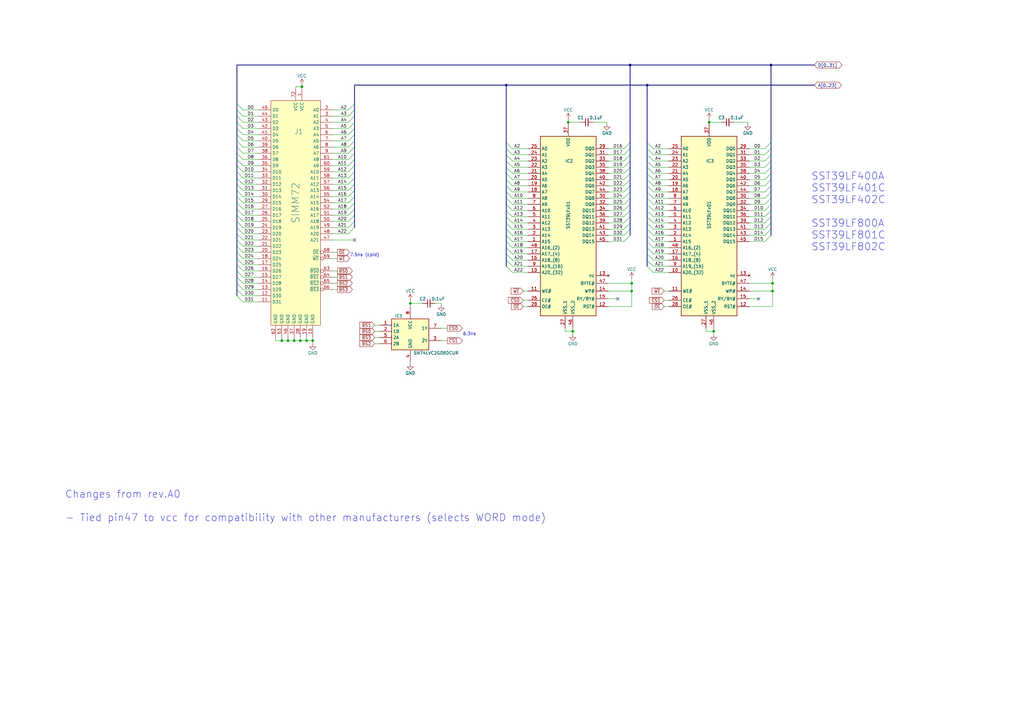
<source format=kicad_sch>
(kicad_sch (version 20250114) (generator "eeschema") (generator_version "9.0")
  (paper "A3")
  (title_block (title "Raven SMD ROM") (date "2025") (rev "A1") (company "Licensed under CERN-OHL-P v2") (comment 1 "Anders Granlund"))
  (lib_symbols
    (symbol "68k:SIMM72-Raven"
      (property "Reference" "J" (at 0 29.21 0))
      (property "Value" "SIMM72" (at 1.27 0 90))
      (symbol "SIMM72-Raven_1_1"
        (pin input line (at -13.97 38.1 0) (length 5.08) (name "A0") (number "2"))
        (pin input line (at -13.97 35.56 0) (length 5.08) (name "A1") (number "3"))
        (pin input line (at -13.97 33.02 0) (length 5.08) (name "A2") (number "4"))
        (pin input line (at -13.97 30.48 0) (length 5.08) (name "A3") (number "5"))
        (pin input line (at -13.97 27.94 0) (length 5.08) (name "A4") (number "6"))
        (pin input line (at -13.97 25.4 0) (length 5.08) (name "A5") (number "7"))
        (pin input line (at -13.97 22.86 0) (length 5.08) (name "A6") (number "8"))
        (pin input line (at -13.97 20.32 0) (length 5.08) (name "A7") (number "9"))
        (pin input line (at -13.97 17.78 0) (length 5.08) (name "A8") (number "61"))
        (pin input line (at -13.97 15.24 0) (length 5.08) (name "A9") (number "60"))
        (pin input line (at -13.97 12.7 0) (length 5.08) (name "A10") (number "59"))
        (pin input line (at -13.97 10.16 0) (length 5.08) (name "A11") (number "58"))
        (pin input line (at -13.97 7.62 0) (length 5.08) (name "A12") (number "57"))
        (pin input line (at -13.97 5.08 0) (length 5.08) (name "A13") (number "56"))
        (pin input line (at -13.97 2.54 0) (length 5.08) (name "A14") (number "55"))
        (pin input line (at -13.97 0 0) (length 5.08) (name "A15") (number "54"))
        (pin input line (at -13.97 -2.54 0) (length 5.08) (name "A16") (number "52"))
        (pin input line (at -13.97 -5.08 0) (length 5.08) (name "A17") (number "51"))
        (pin input line (at -13.97 -7.62 0) (length 5.08) (name "A18") (number "50"))
        (pin input line (at -13.97 -10.16 0) (length 5.08) (name "A19") (number "49"))
        (pin input line (at -13.97 -12.7 0) (length 5.08) (name "A20") (number "48"))
        (pin input line (at -13.97 -15.24 0) (length 5.08) (name "A21") (number "47"))
        (pin input inverted (at -13.97 -20.32 0) (length 5.08) (name "~{OE}") (number "68"))
        (pin input inverted (at -13.97 -22.86 0) (length 5.08) (name "~{WE}") (number "69"))
        (pin input inverted (at -13.97 -27.94 0) (length 5.08) (name "~{BS0}") (number "63"))
        (pin input inverted (at -13.97 -30.48 0) (length 5.08) (name "~{BS1}") (number "64"))
        (pin input inverted (at -13.97 -33.02 0) (length 5.08) (name "~{BS2}") (number "65"))
        (pin input inverted (at -13.97 -35.56 0) (length 5.08) (name "~{BS3}") (number "66"))
        (pin no_connect inverted (at -8.89 -39.37 180) (length 5.08) (hide yes) (name "nc") (number "67"))
        (pin no_connect line (at -8.89 -41.91 180) (length 5.08) (hide yes) (name "nc") (number "70"))
        (pin no_connect line (at -8.89 -44.45 180) (length 5.08) (hide yes) (name "nc") (number "71"))
        (pin power_in line (at -5.715 -55.245 90) (length 5.08) (name "GND") (number "10"))
        (pin power_in line (at -3.175 -55.245 90) (length 5.08) (name "GND") (number "19"))
        (pin power_in line (at -1.27 46.99 270) (length 5.08) (name "VCC") (number "1"))
        (pin power_in line (at -0.635 -55.245 90) (length 5.08) (name "GND") (number "28"))
        (pin power_in line (at 1.27 46.99 270) (length 5.08) (name "VCC") (number "72"))
        (pin power_in line (at 1.905 -55.245 90) (length 5.08) (name "GND") (number "37"))
        (pin power_in line (at 4.445 -55.245 90) (length 5.08) (name "GND") (number "46"))
        (pin power_in line (at 6.985 -55.245 90) (length 5.08) (name "GND") (number "53"))
        (pin power_in line (at 9.525 -55.245 90) (length 5.08) (name "GND") (number "62"))
        (pin bidirectional line (at 16.51 38.1 180) (length 5.08) (name "D0") (number "45"))
        (pin bidirectional line (at 16.51 35.56 180) (length 5.08) (name "D1") (number "44"))
        (pin bidirectional line (at 16.51 33.02 180) (length 5.08) (name "D2") (number "43"))
        (pin bidirectional line (at 16.51 30.48 180) (length 5.08) (name "D3") (number "42"))
        (pin bidirectional line (at 16.51 27.94 180) (length 5.08) (name "D4") (number "41"))
        (pin bidirectional line (at 16.51 25.4 180) (length 5.08) (name "D5") (number "40"))
        (pin bidirectional line (at 16.51 22.86 180) (length 5.08) (name "D6") (number "39"))
        (pin bidirectional line (at 16.51 20.32 180) (length 5.08) (name "D7") (number "38"))
        (pin bidirectional line (at 16.51 17.78 180) (length 5.08) (name "D8") (number "36"))
        (pin bidirectional line (at 16.51 15.24 180) (length 5.08) (name "D9") (number "35"))
        (pin bidirectional line (at 16.51 12.7 180) (length 5.08) (name "D10") (number "34"))
        (pin bidirectional line (at 16.51 10.16 180) (length 5.08) (name "D11") (number "33"))
        (pin bidirectional line (at 16.51 7.62 180) (length 5.08) (name "D12") (number "32"))
        (pin bidirectional line (at 16.51 5.08 180) (length 5.08) (name "D13") (number "31"))
        (pin bidirectional line (at 16.51 2.54 180) (length 5.08) (name "D14") (number "30"))
        (pin bidirectional line (at 16.51 0 180) (length 5.08) (name "D15") (number "29"))
        (pin bidirectional line (at 16.51 -2.54 180) (length 5.08) (name "D16") (number "27"))
        (pin bidirectional line (at 16.51 -5.08 180) (length 5.08) (name "D17") (number "26"))
        (pin bidirectional line (at 16.51 -7.62 180) (length 5.08) (name "D18") (number "25"))
        (pin bidirectional line (at 16.51 -10.16 180) (length 5.08) (name "D19") (number "24"))
        (pin bidirectional line (at 16.51 -12.7 180) (length 5.08) (name "D20") (number "23"))
        (pin bidirectional line (at 16.51 -15.24 180) (length 5.08) (name "D21") (number "22"))
        (pin bidirectional line (at 16.51 -17.78 180) (length 5.08) (name "D22") (number "21"))
        (pin bidirectional line (at 16.51 -20.32 180) (length 5.08) (name "D23") (number "20"))
        (pin bidirectional line (at 16.51 -22.86 180) (length 5.08) (name "D24") (number "18"))
        (pin bidirectional line (at 16.51 -25.4 180) (length 5.08) (name "D25") (number "17"))
        (pin bidirectional line (at 16.51 -27.94 180) (length 5.08) (name "D26") (number "16"))
        (pin bidirectional line (at 16.51 -30.48 180) (length 5.08) (name "D27") (number "15"))
        (pin bidirectional line (at 16.51 -33.02 180) (length 5.08) (name "D28") (number "14"))
        (pin bidirectional line (at 16.51 -35.56 180) (length 5.08) (name "D29") (number "13"))
        (pin bidirectional line (at 16.51 -38.1 180) (length 5.08) (name "D30") (number "12"))
        (pin bidirectional line (at 16.51 -40.64 180) (length 5.08) (name "D31") (number "11"))
      )
    )
    (symbol "68k:SN74LVC2G08DCUR"
      (property "Reference" "IC" (at 21.59 7.62 0))
      (property "Value" "SN74LVC2G08DCUR" (at 21.59 5.08 0))
      (symbol "SN74LVC2G08DCUR_1_1"
        (pin passive line (at 0 0 0) (length 5.08) (name "1A") (number "1"))
        (pin passive line (at 0 -2.54 0) (length 5.08) (name "1B") (number "2"))
        (pin passive line (at 0 -5.08 0) (length 5.08) (name "2A") (number "5"))
        (pin passive line (at 0 -7.62 0) (length 5.08) (name "2B") (number "6"))
        (pin passive line (at 12.7 7.62 270) (length 5.08) (name "VCC") (number "8"))
        (pin passive line (at 12.7 -15.24 90) (length 5.08) (name "GND") (number "4"))
        (pin passive line (at 25.4 -1.27 180) (length 5.08) (name "1Y") (number "7"))
        (pin passive line (at 25.4 -6.35 180) (length 5.08) (name "2Y") (number "3"))
      )
    )
    (symbol "68k:SST39LF3201_TSOP48"
      (property "Reference" "IC" (at 12.7 38.1 0))
      (property "Value" "SST39LFx01" (at 12.7 35.56 0))
      (symbol "SST39LF3201_TSOP48_1_1"
        (pin passive line (at -16.51 27.94 0) (length 5.08) (name "A0") (number "25"))
        (pin passive line (at -16.51 25.4 0) (length 5.08) (name "A1") (number "24"))
        (pin passive line (at -16.51 22.86 0) (length 5.08) (name "A2") (number "23"))
        (pin passive line (at -16.51 20.32 0) (length 5.08) (name "A3") (number "22"))
        (pin passive line (at -16.51 17.78 0) (length 5.08) (name "A4") (number "21"))
        (pin passive line (at -16.51 15.24 0) (length 5.08) (name "A5") (number "20"))
        (pin passive line (at -16.51 12.7 0) (length 5.08) (name "A6") (number "19"))
        (pin passive line (at -16.51 10.16 0) (length 5.08) (name "A7") (number "18"))
        (pin passive line (at -16.51 7.62 0) (length 5.08) (name "A8") (number "8"))
        (pin passive line (at -16.51 5.08 0) (length 5.08) (name "A9") (number "7"))
        (pin passive line (at -16.51 2.54 0) (length 5.08) (name "A10") (number "6"))
        (pin passive line (at -16.51 0 0) (length 5.08) (name "A11") (number "5"))
        (pin passive line (at -16.51 -2.54 0) (length 5.08) (name "A12") (number "4"))
        (pin passive line (at -16.51 -5.08 0) (length 5.08) (name "A13") (number "3"))
        (pin passive line (at -16.51 -7.62 0) (length 5.08) (name "A14") (number "2"))
        (pin passive line (at -16.51 -10.16 0) (length 5.08) (name "A15") (number "1"))
        (pin passive line (at -16.51 -12.7 0) (length 5.08) (name "A16_(2)") (number "48"))
        (pin passive line (at -16.51 -15.24 0) (length 5.08) (name "A17_(4)") (number "17"))
        (pin passive line (at -16.51 -17.78 0) (length 5.08) (name "A18_(8)") (number "16"))
        (pin passive line (at -16.51 -20.32 0) (length 5.08) (name "A19_(16)") (number "9"))
        (pin passive line (at -16.51 -22.86 0) (length 5.08) (name "A20_(32)") (number "10"))
        (pin passive line (at -16.51 -30.48 0) (length 5.08) (name "WE#") (number "11"))
        (pin passive line (at -16.51 -34.29 0) (length 5.08) (name "CE#") (number "26"))
        (pin passive line (at -16.51 -36.83 0) (length 5.08) (name "OE#") (number "28"))
        (pin passive line (at -1.27 -45.72 90) (length 5.08) (name "VSS_1") (number "27"))
        (pin passive line (at 0 38.1 270) (length 5.08) (name "VDD") (number "37"))
        (pin passive line (at 1.905 -45.72 90) (length 5.08) (name "VSS_2") (number "46"))
        (pin passive line (at 16.51 27.94 180) (length 5.08) (name "DQ0") (number "29"))
        (pin passive line (at 16.51 25.4 180) (length 5.08) (name "DQ1") (number "31"))
        (pin passive line (at 16.51 22.86 180) (length 5.08) (name "DQ2") (number "33"))
        (pin passive line (at 16.51 20.32 180) (length 5.08) (name "DQ3") (number "35"))
        (pin passive line (at 16.51 17.78 180) (length 5.08) (name "DQ4") (number "38"))
        (pin passive line (at 16.51 15.24 180) (length 5.08) (name "DQ5") (number "40"))
        (pin passive line (at 16.51 12.7 180) (length 5.08) (name "DQ6") (number "42"))
        (pin passive line (at 16.51 10.16 180) (length 5.08) (name "DQ7") (number "44"))
        (pin passive line (at 16.51 7.62 180) (length 5.08) (name "DQ8") (number "30"))
        (pin passive line (at 16.51 5.08 180) (length 5.08) (name "DQ9") (number "32"))
        (pin passive line (at 16.51 2.54 180) (length 5.08) (name "DQ10") (number "34"))
        (pin passive line (at 16.51 0 180) (length 5.08) (name "DQ11") (number "36"))
        (pin passive line (at 16.51 -2.54 180) (length 5.08) (name "DQ12") (number "39"))
        (pin passive line (at 16.51 -5.08 180) (length 5.08) (name "DQ13") (number "41"))
        (pin passive line (at 16.51 -7.62 180) (length 5.08) (name "DQ14") (number "43"))
        (pin passive line (at 16.51 -10.16 180) (length 5.08) (name "DQ15") (number "45"))
        (pin no_connect line (at 16.51 -24.13 180) (length 5.08) (name "nc") (number "13"))
        (pin passive line (at 16.51 -27.305 180) (length 5.08) (name "BYTE#") (number "47"))
        (pin passive line (at 16.51 -30.48 180) (length 5.08) (name "WP#") (number "14"))
        (pin passive line (at 16.51 -33.655 180) (length 5.08) (name "RY/BY#") (number "15"))
        (pin passive line (at 16.51 -36.83 180) (length 5.08) (name "RST#") (number "12"))
      )
    )
    (symbol "68k:c_100nf_smd1206" (pin_numbers (hide yes)) (pin_names (offset 0.254) (hide yes))
      (property "Reference" "C" (at 0.635 1.905 0))
      (property "Value" "0.1uF" (at 0.635 -1.905 0))
      (symbol "c_100nf_smd1206_1_1"
        (pin passive line (at 0 2.54 270) (length 2.032) (name "~") (number "1"))
        (pin passive line (at 0 -2.54 90) (length 2.032) (name "~") (number "2"))
      )
    )
    (symbol "SST39LF3201_TSOP48_1"
      (property "Reference" "IC" (at 12.7 38.1 0))
      (property "Value" "SST39LFx01" (at 12.7 35.56 0))
      (symbol "SST39LF3201_TSOP48_1_1_1"
        (pin passive line (at -16.51 27.94 0) (length 5.08) (name "A0") (number "25"))
        (pin passive line (at -16.51 25.4 0) (length 5.08) (name "A1") (number "24"))
        (pin passive line (at -16.51 22.86 0) (length 5.08) (name "A2") (number "23"))
        (pin passive line (at -16.51 20.32 0) (length 5.08) (name "A3") (number "22"))
        (pin passive line (at -16.51 17.78 0) (length 5.08) (name "A4") (number "21"))
        (pin passive line (at -16.51 15.24 0) (length 5.08) (name "A5") (number "20"))
        (pin passive line (at -16.51 12.7 0) (length 5.08) (name "A6") (number "19"))
        (pin passive line (at -16.51 10.16 0) (length 5.08) (name "A7") (number "18"))
        (pin passive line (at -16.51 7.62 0) (length 5.08) (name "A8") (number "8"))
        (pin passive line (at -16.51 5.08 0) (length 5.08) (name "A9") (number "7"))
        (pin passive line (at -16.51 2.54 0) (length 5.08) (name "A10") (number "6"))
        (pin passive line (at -16.51 0 0) (length 5.08) (name "A11") (number "5"))
        (pin passive line (at -16.51 -2.54 0) (length 5.08) (name "A12") (number "4"))
        (pin passive line (at -16.51 -5.08 0) (length 5.08) (name "A13") (number "3"))
        (pin passive line (at -16.51 -7.62 0) (length 5.08) (name "A14") (number "2"))
        (pin passive line (at -16.51 -10.16 0) (length 5.08) (name "A15") (number "1"))
        (pin passive line (at -16.51 -12.7 0) (length 5.08) (name "A16_(2)") (number "48"))
        (pin passive line (at -16.51 -15.24 0) (length 5.08) (name "A17_(4)") (number "17"))
        (pin passive line (at -16.51 -17.78 0) (length 5.08) (name "A18_(8)") (number "16"))
        (pin passive line (at -16.51 -20.32 0) (length 5.08) (name "A19_(16)") (number "9"))
        (pin passive line (at -16.51 -22.86 0) (length 5.08) (name "A20_(32)") (number "10"))
        (pin passive line (at -16.51 -30.48 0) (length 5.08) (name "WE#") (number "11"))
        (pin passive line (at -16.51 -34.29 0) (length 5.08) (name "CE#") (number "26"))
        (pin passive line (at -16.51 -36.83 0) (length 5.08) (name "OE#") (number "28"))
        (pin passive line (at -1.27 -45.72 90) (length 5.08) (name "VSS_1") (number "27"))
        (pin passive line (at 0 38.1 270) (length 5.08) (name "VDD") (number "37"))
        (pin passive line (at 1.905 -45.72 90) (length 5.08) (name "VSS_2") (number "46"))
        (pin passive line (at 16.51 27.94 180) (length 5.08) (name "DQ0") (number "29"))
        (pin passive line (at 16.51 25.4 180) (length 5.08) (name "DQ1") (number "31"))
        (pin passive line (at 16.51 22.86 180) (length 5.08) (name "DQ2") (number "33"))
        (pin passive line (at 16.51 20.32 180) (length 5.08) (name "DQ3") (number "35"))
        (pin passive line (at 16.51 17.78 180) (length 5.08) (name "DQ4") (number "38"))
        (pin passive line (at 16.51 15.24 180) (length 5.08) (name "DQ5") (number "40"))
        (pin passive line (at 16.51 12.7 180) (length 5.08) (name "DQ6") (number "42"))
        (pin passive line (at 16.51 10.16 180) (length 5.08) (name "DQ7") (number "44"))
        (pin passive line (at 16.51 7.62 180) (length 5.08) (name "DQ8") (number "30"))
        (pin passive line (at 16.51 5.08 180) (length 5.08) (name "DQ9") (number "32"))
        (pin passive line (at 16.51 2.54 180) (length 5.08) (name "DQ10") (number "34"))
        (pin passive line (at 16.51 0 180) (length 5.08) (name "DQ11") (number "36"))
        (pin passive line (at 16.51 -2.54 180) (length 5.08) (name "DQ12") (number "39"))
        (pin passive line (at 16.51 -5.08 180) (length 5.08) (name "DQ13") (number "41"))
        (pin passive line (at 16.51 -7.62 180) (length 5.08) (name "DQ14") (number "43"))
        (pin passive line (at 16.51 -10.16 180) (length 5.08) (name "DQ15") (number "45"))
        (pin no_connect line (at 16.51 -24.13 180) (length 5.08) (name "nc") (number "13"))
        (pin passive line (at 16.51 -27.305 180) (length 5.08) (name "BYTE#") (number "47"))
        (pin passive line (at 16.51 -30.48 180) (length 5.08) (name "WP#") (number "14"))
        (pin passive line (at 16.51 -33.655 180) (length 5.08) (name "RY/BY#") (number "15"))
        (pin passive line (at 16.51 -36.83 180) (length 5.08) (name "RST#") (number "12"))
      )
    )
    (symbol "power:GND" (power) (pin_names (offset 0))
      (property "Value" "GND" (at 0 -3.81 0))
      (symbol "GND_1_1"
        (pin power_in line (at 0 0 270) (length 0) (hide yes) (name "GND") (number "1"))
      )
    )
    (symbol "power:VCC" (power) (pin_names (offset 0))
      (property "Value" "VCC" (at 0 3.81 0))
      (symbol "VCC_1_1"
        (pin power_in line (at 0 0 90) (length 0) (hide yes) (name "VCC") (number "1"))
      )
    )
  )
  (text "7.5ns (cpld)" (at 143.51 105.41 0) (effects (font (size 1.27 1.27)) (justify left bottom)))
  (text "6.3ns" (at 189.865 137.795 0) (effects (font (size 1.27 1.27)) (justify left bottom)))
  (text "Changes from rev.A0\n\n- Tied pin47 to vcc for compatibility with other manufacturers (selects WORD mode)\n\n" (at 26.67 219.075 0) (effects (font (size 3 3)) (justify left bottom)))
  (text "SST39LF400A\nSST39LF401C\nSST39LF402C\n\nSST39LF800A\nSST39LF801C\nSST39LF802C\n\n" (at 332.74 107.95 0) (effects (font (size 3 3)) (justify left bottom)))
  (junction (at 290.83 50.165))
  (junction (at 125.73 139.7))
  (junction (at 207.645 34.925))
  (junction (at 115.57 139.7))
  (junction (at 316.23 26.67))
  (junction (at 292.735 135.89))
  (junction (at 258.445 26.67))
  (junction (at 259.08 119.38))
  (junction (at 259.08 116.205))
  (junction (at 118.11 139.7))
  (junction (at 120.65 139.7))
  (junction (at 265.43 34.925))
  (junction (at 168.275 124.46))
  (junction (at 128.27 139.7))
  (junction (at 123.19 139.7))
  (junction (at 233.045 50.165))
  (junction (at 316.865 119.38))
  (junction (at 123.825 35.56))
  (junction (at 316.865 116.205))
  (junction (at 234.95 135.89))
  (no_connect (at 311.15 122.555))
  (no_connect (at 145.415 98.425))
  (no_connect (at 253.365 122.555))
  (bus_entry (at 258.445 76.2) (size -2.54 2.54))
  (bus_entry (at 207.645 63.5) (size 2.54 2.54))
  (bus_entry (at 316.23 91.44) (size -2.54 2.54))
  (bus_entry (at 97.155 113.665) (size 2.54 2.54))
  (bus_entry (at 97.155 95.885) (size 2.54 2.54))
  (bus_entry (at 97.155 65.405) (size 2.54 2.54))
  (bus_entry (at 97.155 55.245) (size 2.54 2.54))
  (bus_entry (at 207.645 73.66) (size 2.54 2.54))
  (bus_entry (at 207.645 101.6) (size 2.54 2.54))
  (bus_entry (at 145.415 78.105) (size -2.54 2.54))
  (bus_entry (at 316.23 73.66) (size -2.54 2.54))
  (bus_entry (at 97.155 85.725) (size 2.54 2.54))
  (bus_entry (at 97.155 70.485) (size 2.54 2.54))
  (bus_entry (at 265.43 104.14) (size 2.54 2.54))
  (bus_entry (at 97.155 88.265) (size 2.54 2.54))
  (bus_entry (at 97.155 45.085) (size 2.54 2.54))
  (bus_entry (at 258.445 58.42) (size -2.54 2.54))
  (bus_entry (at 316.23 63.5) (size -2.54 2.54))
  (bus_entry (at 265.43 66.04) (size 2.54 2.54))
  (bus_entry (at 145.415 65.405) (size -2.54 2.54))
  (bus_entry (at 265.43 101.6) (size 2.54 2.54))
  (bus_entry (at 97.155 106.045) (size 2.54 2.54))
  (bus_entry (at 207.645 91.44) (size 2.54 2.54))
  (bus_entry (at 316.23 78.74) (size -2.54 2.54))
  (bus_entry (at 258.445 81.28) (size -2.54 2.54))
  (bus_entry (at 97.155 118.745) (size 2.54 2.54))
  (bus_entry (at 145.415 52.705) (size -2.54 2.54))
  (bus_entry (at 265.43 58.42) (size 2.54 2.54))
  (bus_entry (at 145.415 88.265) (size -2.54 2.54))
  (bus_entry (at 97.155 57.785) (size 2.54 2.54))
  (bus_entry (at 97.155 80.645) (size 2.54 2.54))
  (bus_entry (at 316.23 83.82) (size -2.54 2.54))
  (bus_entry (at 145.415 93.345) (size -2.54 2.54))
  (bus_entry (at 258.445 86.36) (size -2.54 2.54))
  (bus_entry (at 207.645 78.74) (size 2.54 2.54))
  (bus_entry (at 258.445 68.58) (size -2.54 2.54))
  (bus_entry (at 265.43 88.9) (size 2.54 2.54))
  (bus_entry (at 145.415 50.165) (size -2.54 2.54))
  (bus_entry (at 265.43 106.68) (size 2.54 2.54))
  (bus_entry (at 97.155 73.025) (size 2.54 2.54))
  (bus_entry (at 207.645 99.06) (size 2.54 2.54))
  (bus_entry (at 207.645 109.22) (size 2.54 2.54))
  (bus_entry (at 265.43 73.66) (size 2.54 2.54))
  (bus_entry (at 258.445 83.82) (size -2.54 2.54))
  (bus_entry (at 265.43 99.06) (size 2.54 2.54))
  (bus_entry (at 145.415 57.785) (size -2.54 2.54))
  (bus_entry (at 145.415 75.565) (size -2.54 2.54))
  (bus_entry (at 97.155 62.865) (size 2.54 2.54))
  (bus_entry (at 265.43 76.2) (size 2.54 2.54))
  (bus_entry (at 265.43 68.58) (size 2.54 2.54))
  (bus_entry (at 97.155 100.965) (size 2.54 2.54))
  (bus_entry (at 207.645 88.9) (size 2.54 2.54))
  (bus_entry (at 258.445 91.44) (size -2.54 2.54))
  (bus_entry (at 265.43 93.98) (size 2.54 2.54))
  (bus_entry (at 316.23 88.9) (size -2.54 2.54))
  (bus_entry (at 145.415 70.485) (size -2.54 2.54))
  (bus_entry (at 207.645 76.2) (size 2.54 2.54))
  (bus_entry (at 258.445 88.9) (size -2.54 2.54))
  (bus_entry (at 316.23 60.96) (size -2.54 2.54))
  (bus_entry (at 316.23 71.12) (size -2.54 2.54))
  (bus_entry (at 265.43 63.5) (size 2.54 2.54))
  (bus_entry (at 145.415 90.805) (size -2.54 2.54))
  (bus_entry (at 265.43 71.12) (size 2.54 2.54))
  (bus_entry (at 145.415 62.865) (size -2.54 2.54))
  (bus_entry (at 316.23 66.04) (size -2.54 2.54))
  (bus_entry (at 97.155 103.505) (size 2.54 2.54))
  (bus_entry (at 145.415 80.645) (size -2.54 2.54))
  (bus_entry (at 258.445 78.74) (size -2.54 2.54))
  (bus_entry (at 207.645 96.52) (size 2.54 2.54))
  (bus_entry (at 97.155 93.345) (size 2.54 2.54))
  (bus_entry (at 265.43 81.28) (size 2.54 2.54))
  (bus_entry (at 207.645 58.42) (size 2.54 2.54))
  (bus_entry (at 258.445 73.66) (size -2.54 2.54))
  (bus_entry (at 316.23 86.36) (size -2.54 2.54))
  (bus_entry (at 207.645 83.82) (size 2.54 2.54))
  (bus_entry (at 207.645 86.36) (size 2.54 2.54))
  (bus_entry (at 316.23 96.52) (size -2.54 2.54))
  (bus_entry (at 97.155 47.625) (size 2.54 2.54))
  (bus_entry (at 97.155 60.325) (size 2.54 2.54))
  (bus_entry (at 207.645 66.04) (size 2.54 2.54))
  (bus_entry (at 265.43 60.96) (size 2.54 2.54))
  (bus_entry (at 207.645 81.28) (size 2.54 2.54))
  (bus_entry (at 97.155 108.585) (size 2.54 2.54))
  (bus_entry (at 207.645 93.98) (size 2.54 2.54))
  (bus_entry (at 258.445 93.98) (size -2.54 2.54))
  (bus_entry (at 97.155 50.165) (size 2.54 2.54))
  (bus_entry (at 258.445 96.52) (size -2.54 2.54))
  (bus_entry (at 145.415 60.325) (size -2.54 2.54))
  (bus_entry (at 97.155 98.425) (size 2.54 2.54))
  (bus_entry (at 97.155 52.705) (size 2.54 2.54))
  (bus_entry (at 258.445 60.96) (size -2.54 2.54))
  (bus_entry (at 207.645 68.58) (size 2.54 2.54))
  (bus_entry (at 316.23 68.58) (size -2.54 2.54))
  (bus_entry (at 207.645 104.14) (size 2.54 2.54))
  (bus_entry (at 265.43 78.74) (size 2.54 2.54))
  (bus_entry (at 207.645 71.12) (size 2.54 2.54))
  (bus_entry (at 207.645 60.96) (size 2.54 2.54))
  (bus_entry (at 316.23 76.2) (size -2.54 2.54))
  (bus_entry (at 97.155 42.545) (size 2.54 2.54))
  (bus_entry (at 265.43 86.36) (size 2.54 2.54))
  (bus_entry (at 316.23 81.28) (size -2.54 2.54))
  (bus_entry (at 97.155 67.945) (size 2.54 2.54))
  (bus_entry (at 265.43 83.82) (size 2.54 2.54))
  (bus_entry (at 265.43 109.22) (size 2.54 2.54))
  (bus_entry (at 316.23 93.98) (size -2.54 2.54))
  (bus_entry (at 97.155 90.805) (size 2.54 2.54))
  (bus_entry (at 258.445 71.12) (size -2.54 2.54))
  (bus_entry (at 207.645 106.68) (size 2.54 2.54))
  (bus_entry (at 258.445 63.5) (size -2.54 2.54))
  (bus_entry (at 97.155 83.185) (size 2.54 2.54))
  (bus_entry (at 145.415 73.025) (size -2.54 2.54))
  (bus_entry (at 145.415 47.625) (size -2.54 2.54))
  (bus_entry (at 145.415 55.245) (size -2.54 2.54))
  (bus_entry (at 145.415 83.185) (size -2.54 2.54))
  (bus_entry (at 97.155 75.565) (size 2.54 2.54))
  (bus_entry (at 145.415 42.545) (size -2.54 2.54))
  (bus_entry (at 145.415 67.945) (size -2.54 2.54))
  (bus_entry (at 97.155 78.105) (size 2.54 2.54))
  (bus_entry (at 316.23 58.42) (size -2.54 2.54))
  (bus_entry (at 97.155 111.125) (size 2.54 2.54))
  (bus_entry (at 97.155 116.205) (size 2.54 2.54))
  (bus_entry (at 97.155 121.285) (size 2.54 2.54))
  (bus_entry (at 145.415 45.085) (size -2.54 2.54))
  (bus_entry (at 265.43 96.52) (size 2.54 2.54))
  (bus_entry (at 265.43 91.44) (size 2.54 2.54))
  (bus_entry (at 258.445 66.04) (size -2.54 2.54))
  (bus_entry (at 145.415 85.725) (size -2.54 2.54))
  (wire (pts (xy 142.875 70.485) (xy 136.525 70.485)))
  (wire (pts (xy 249.555 119.38) (xy 259.08 119.38)))
  (wire (pts (xy 180.975 124.46) (xy 180.975 125.095)))
  (wire (pts (xy 142.875 62.865) (xy 136.525 62.865)))
  (bus (pts (xy 265.43 93.98) (xy 265.43 91.44)))
  (wire (pts (xy 136.525 118.745) (xy 138.43 118.745)))
  (bus (pts (xy 316.23 26.67) (xy 334.01 26.67)))
  (wire (pts (xy 210.185 106.68) (xy 216.535 106.68)))
  (bus (pts (xy 265.43 106.68) (xy 265.43 104.14)))
  (wire (pts (xy 248.92 50.165) (xy 248.92 50.8)))
  (wire (pts (xy 292.735 134.62) (xy 292.735 135.89)))
  (wire (pts (xy 267.97 86.36) (xy 274.32 86.36)))
  (wire (pts (xy 307.34 81.28) (xy 313.69 81.28)))
  (bus (pts (xy 207.645 63.5) (xy 207.645 60.96)))
  (wire (pts (xy 118.11 138.43) (xy 118.11 139.7)))
  (bus (pts (xy 97.155 95.885) (xy 97.155 93.345)))
  (wire (pts (xy 307.34 66.04) (xy 313.69 66.04)))
  (bus (pts (xy 316.23 63.5) (xy 316.23 60.96)))
  (wire (pts (xy 123.825 35.56) (xy 123.825 36.195)))
  (bus (pts (xy 258.445 83.82) (xy 258.445 81.28)))
  (bus (pts (xy 265.43 76.2) (xy 265.43 73.66)))
  (wire (pts (xy 136.525 106.045) (xy 138.43 106.045)))
  (wire (pts (xy 233.045 50.165) (xy 238.125 50.165)))
  (bus (pts (xy 97.155 70.485) (xy 97.155 67.945)))
  (wire (pts (xy 168.275 123.19) (xy 168.275 124.46)))
  (wire (pts (xy 155.575 140.97) (xy 153.67 140.97)))
  (wire (pts (xy 106.045 62.865) (xy 99.695 62.865)))
  (bus (pts (xy 97.155 85.725) (xy 97.155 83.185)))
  (wire (pts (xy 210.185 96.52) (xy 216.535 96.52)))
  (wire (pts (xy 106.045 47.625) (xy 99.695 47.625)))
  (wire (pts (xy 267.97 88.9) (xy 274.32 88.9)))
  (bus (pts (xy 258.445 88.9) (xy 258.445 86.36)))
  (wire (pts (xy 155.575 135.89) (xy 153.67 135.89)))
  (wire (pts (xy 292.735 135.89) (xy 292.735 137.16)))
  (wire (pts (xy 249.555 66.04) (xy 255.905 66.04)))
  (bus (pts (xy 145.415 83.185) (xy 145.415 80.645)))
  (bus (pts (xy 145.415 65.405) (xy 145.415 62.865)))
  (wire (pts (xy 267.97 83.82) (xy 274.32 83.82)))
  (wire (pts (xy 249.555 86.36) (xy 255.905 86.36)))
  (bus (pts (xy 265.43 71.12) (xy 265.43 68.58)))
  (wire (pts (xy 142.875 85.725) (xy 136.525 85.725)))
  (wire (pts (xy 249.555 63.5) (xy 255.905 63.5)))
  (wire (pts (xy 272.415 119.38) (xy 274.32 119.38)))
  (bus (pts (xy 145.415 78.105) (xy 145.415 75.565)))
  (bus (pts (xy 265.43 66.04) (xy 265.43 63.5)))
  (wire (pts (xy 106.045 95.885) (xy 99.695 95.885)))
  (wire (pts (xy 307.34 122.555) (xy 311.15 122.555)))
  (wire (pts (xy 106.045 113.665) (xy 99.695 113.665)))
  (wire (pts (xy 178.435 124.46) (xy 180.975 124.46)))
  (wire (pts (xy 113.03 139.7) (xy 115.57 139.7)))
  (wire (pts (xy 249.555 83.82) (xy 255.905 83.82)))
  (wire (pts (xy 168.275 124.46) (xy 168.275 125.73)))
  (wire (pts (xy 307.34 68.58) (xy 313.69 68.58)))
  (wire (pts (xy 142.875 88.265) (xy 136.525 88.265)))
  (wire (pts (xy 142.875 78.105) (xy 136.525 78.105)))
  (wire (pts (xy 210.185 86.36) (xy 216.535 86.36)))
  (wire (pts (xy 142.875 47.625) (xy 136.525 47.625)))
  (wire (pts (xy 121.285 35.56) (xy 121.285 36.195)))
  (bus (pts (xy 316.23 78.74) (xy 316.23 76.2)))
  (wire (pts (xy 249.555 78.74) (xy 255.905 78.74)))
  (wire (pts (xy 307.34 76.2) (xy 313.69 76.2)))
  (wire (pts (xy 267.97 91.44) (xy 274.32 91.44)))
  (bus (pts (xy 145.415 85.725) (xy 145.415 83.185)))
  (bus (pts (xy 145.415 88.265) (xy 145.415 85.725)))
  (bus (pts (xy 265.43 78.74) (xy 265.43 76.2)))
  (bus (pts (xy 258.445 96.52) (xy 258.445 93.98)))
  (bus (pts (xy 258.445 26.67) (xy 258.445 58.42)))
  (wire (pts (xy 121.285 35.56) (xy 123.825 35.56)))
  (bus (pts (xy 265.43 109.22) (xy 265.43 106.68)))
  (bus (pts (xy 316.23 60.96) (xy 316.23 58.42)))
  (bus (pts (xy 97.155 93.345) (xy 97.155 90.805)))
  (bus (pts (xy 265.43 86.36) (xy 265.43 83.82)))
  (wire (pts (xy 267.97 99.06) (xy 274.32 99.06)))
  (wire (pts (xy 136.525 116.205) (xy 138.43 116.205)))
  (bus (pts (xy 207.645 93.98) (xy 207.645 91.44)))
  (wire (pts (xy 128.27 139.7) (xy 128.27 140.97)))
  (wire (pts (xy 120.65 139.7) (xy 123.19 139.7)))
  (bus (pts (xy 207.645 91.44) (xy 207.645 88.9)))
  (bus (pts (xy 97.155 55.245) (xy 97.155 52.705)))
  (bus (pts (xy 207.645 34.925) (xy 207.645 58.42)))
  (bus (pts (xy 207.645 104.14) (xy 207.645 101.6)))
  (bus (pts (xy 97.155 83.185) (xy 97.155 80.645)))
  (wire (pts (xy 123.19 139.7) (xy 125.73 139.7)))
  (bus (pts (xy 265.43 34.925) (xy 265.43 58.42)))
  (wire (pts (xy 267.97 63.5) (xy 274.32 63.5)))
  (wire (pts (xy 307.34 96.52) (xy 313.69 96.52)))
  (wire (pts (xy 267.97 96.52) (xy 274.32 96.52)))
  (bus (pts (xy 265.43 63.5) (xy 265.43 60.96)))
  (wire (pts (xy 272.415 123.19) (xy 274.32 123.19)))
  (bus (pts (xy 97.155 75.565) (xy 97.155 73.025)))
  (wire (pts (xy 136.525 111.125) (xy 138.43 111.125)))
  (wire (pts (xy 210.185 60.96) (xy 216.535 60.96)))
  (wire (pts (xy 307.34 83.82) (xy 313.69 83.82)))
  (wire (pts (xy 106.045 45.085) (xy 99.695 45.085)))
  (bus (pts (xy 265.43 104.14) (xy 265.43 101.6)))
  (bus (pts (xy 97.155 111.125) (xy 97.155 108.585)))
  (bus (pts (xy 265.43 101.6) (xy 265.43 99.06)))
  (wire (pts (xy 106.045 108.585) (xy 99.695 108.585)))
  (bus (pts (xy 258.445 60.96) (xy 258.445 58.42)))
  (bus (pts (xy 258.445 26.67) (xy 316.23 26.67)))
  (bus (pts (xy 97.155 73.025) (xy 97.155 70.485)))
  (wire (pts (xy 210.185 66.04) (xy 216.535 66.04)))
  (wire (pts (xy 168.275 148.59) (xy 168.275 149.225)))
  (bus (pts (xy 97.155 47.625) (xy 97.155 45.085)))
  (bus (pts (xy 265.43 88.9) (xy 265.43 86.36)))
  (wire (pts (xy 316.865 119.38) (xy 316.865 116.205)))
  (bus (pts (xy 316.23 86.36) (xy 316.23 83.82)))
  (wire (pts (xy 106.045 57.785) (xy 99.695 57.785)))
  (bus (pts (xy 145.415 60.325) (xy 145.415 57.785)))
  (wire (pts (xy 210.185 88.9) (xy 216.535 88.9)))
  (wire (pts (xy 142.875 55.245) (xy 136.525 55.245)))
  (wire (pts (xy 214.63 125.73) (xy 216.535 125.73)))
  (bus (pts (xy 145.415 52.705) (xy 145.415 50.165)))
  (wire (pts (xy 106.045 100.965) (xy 99.695 100.965)))
  (wire (pts (xy 249.555 88.9) (xy 255.905 88.9)))
  (bus (pts (xy 145.415 45.085) (xy 145.415 42.545)))
  (bus (pts (xy 97.155 108.585) (xy 97.155 106.045)))
  (bus (pts (xy 207.645 73.66) (xy 207.645 71.12)))
  (wire (pts (xy 118.11 139.7) (xy 120.65 139.7)))
  (wire (pts (xy 316.865 116.205) (xy 316.865 114.3)))
  (bus (pts (xy 145.415 93.345) (xy 145.415 90.805)))
  (wire (pts (xy 142.875 52.705) (xy 136.525 52.705)))
  (bus (pts (xy 207.645 60.96) (xy 207.645 58.42)))
  (wire (pts (xy 142.875 60.325) (xy 136.525 60.325)))
  (wire (pts (xy 249.555 68.58) (xy 255.905 68.58)))
  (wire (pts (xy 142.875 83.185) (xy 136.525 83.185)))
  (wire (pts (xy 249.555 76.2) (xy 255.905 76.2)))
  (wire (pts (xy 267.97 111.76) (xy 274.32 111.76)))
  (bus (pts (xy 97.155 106.045) (xy 97.155 103.505)))
  (wire (pts (xy 106.045 80.645) (xy 99.695 80.645)))
  (wire (pts (xy 307.34 63.5) (xy 313.69 63.5)))
  (bus (pts (xy 97.155 45.085) (xy 97.155 42.545)))
  (wire (pts (xy 113.03 138.43) (xy 113.03 139.7)))
  (wire (pts (xy 106.045 55.245) (xy 99.695 55.245)))
  (wire (pts (xy 307.34 73.66) (xy 313.69 73.66)))
  (bus (pts (xy 316.23 91.44) (xy 316.23 88.9)))
  (wire (pts (xy 106.045 75.565) (xy 99.695 75.565)))
  (bus (pts (xy 316.23 96.52) (xy 316.23 93.98)))
  (wire (pts (xy 267.97 71.12) (xy 274.32 71.12)))
  (bus (pts (xy 97.155 80.645) (xy 97.155 78.105)))
  (wire (pts (xy 142.875 65.405) (xy 136.525 65.405)))
  (wire (pts (xy 168.275 124.46) (xy 173.355 124.46)))
  (wire (pts (xy 106.045 90.805) (xy 99.695 90.805)))
  (wire (pts (xy 106.045 118.745) (xy 99.695 118.745)))
  (wire (pts (xy 231.775 135.89) (xy 234.95 135.89)))
  (bus (pts (xy 207.645 71.12) (xy 207.645 68.58)))
  (bus (pts (xy 316.23 93.98) (xy 316.23 91.44)))
  (wire (pts (xy 231.775 134.62) (xy 231.775 135.89)))
  (bus (pts (xy 145.415 80.645) (xy 145.415 78.105)))
  (bus (pts (xy 316.23 81.28) (xy 316.23 78.74)))
  (wire (pts (xy 106.045 93.345) (xy 99.695 93.345)))
  (wire (pts (xy 249.555 96.52) (xy 255.905 96.52)))
  (wire (pts (xy 106.045 70.485) (xy 99.695 70.485)))
  (bus (pts (xy 258.445 91.44) (xy 258.445 88.9)))
  (bus (pts (xy 145.415 75.565) (xy 145.415 73.025)))
  (wire (pts (xy 106.045 111.125) (xy 99.695 111.125)))
  (bus (pts (xy 97.155 116.205) (xy 97.155 113.665)))
  (wire (pts (xy 210.185 101.6) (xy 216.535 101.6)))
  (bus (pts (xy 97.155 60.325) (xy 97.155 57.785)))
  (bus (pts (xy 97.155 67.945) (xy 97.155 65.405)))
  (wire (pts (xy 180.975 134.62) (xy 183.515 134.62)))
  (bus (pts (xy 316.23 83.82) (xy 316.23 81.28)))
  (bus (pts (xy 97.155 26.67) (xy 97.155 42.545)))
  (bus (pts (xy 207.645 106.68) (xy 207.645 104.14)))
  (bus (pts (xy 97.155 62.865) (xy 97.155 60.325)))
  (bus (pts (xy 265.43 81.28) (xy 265.43 78.74)))
  (bus (pts (xy 258.445 63.5) (xy 258.445 60.96)))
  (wire (pts (xy 290.83 50.165) (xy 290.83 50.8)))
  (wire (pts (xy 106.045 103.505) (xy 99.695 103.505)))
  (bus (pts (xy 145.415 62.865) (xy 145.415 60.325)))
  (wire (pts (xy 307.34 86.36) (xy 313.69 86.36)))
  (wire (pts (xy 115.57 138.43) (xy 115.57 139.7)))
  (wire (pts (xy 307.34 116.205) (xy 316.865 116.205)))
  (wire (pts (xy 290.83 48.895) (xy 290.83 50.165)))
  (wire (pts (xy 267.97 66.04) (xy 274.32 66.04)))
  (wire (pts (xy 307.34 125.73) (xy 316.865 125.73)))
  (wire (pts (xy 106.045 85.725) (xy 99.695 85.725)))
  (wire (pts (xy 249.555 73.66) (xy 255.905 73.66)))
  (bus (pts (xy 258.445 86.36) (xy 258.445 83.82)))
  (wire (pts (xy 249.555 116.205) (xy 259.08 116.205)))
  (wire (pts (xy 210.185 109.22) (xy 216.535 109.22)))
  (wire (pts (xy 249.555 60.96) (xy 255.905 60.96)))
  (wire (pts (xy 214.63 119.38) (xy 216.535 119.38)))
  (wire (pts (xy 289.56 135.89) (xy 292.735 135.89)))
  (bus (pts (xy 97.155 88.265) (xy 97.155 85.725)))
  (wire (pts (xy 210.185 68.58) (xy 216.535 68.58)))
  (wire (pts (xy 210.185 104.14) (xy 216.535 104.14)))
  (bus (pts (xy 265.43 68.58) (xy 265.43 66.04)))
  (wire (pts (xy 125.73 139.7) (xy 128.27 139.7)))
  (wire (pts (xy 142.875 73.025) (xy 136.525 73.025)))
  (wire (pts (xy 272.415 125.73) (xy 274.32 125.73)))
  (wire (pts (xy 267.97 76.2) (xy 274.32 76.2)))
  (wire (pts (xy 128.27 139.7) (xy 128.27 138.43)))
  (bus (pts (xy 265.43 99.06) (xy 265.43 96.52)))
  (bus (pts (xy 207.645 101.6) (xy 207.645 99.06)))
  (wire (pts (xy 136.525 113.665) (xy 138.43 113.665)))
  (bus (pts (xy 97.155 100.965) (xy 97.155 98.425)))
  (wire (pts (xy 210.185 71.12) (xy 216.535 71.12)))
  (bus (pts (xy 316.23 26.67) (xy 316.23 58.42)))
  (wire (pts (xy 267.97 73.66) (xy 274.32 73.66)))
  (wire (pts (xy 307.34 91.44) (xy 313.69 91.44)))
  (wire (pts (xy 142.875 50.165) (xy 136.525 50.165)))
  (wire (pts (xy 267.97 93.98) (xy 274.32 93.98)))
  (wire (pts (xy 249.555 71.12) (xy 255.905 71.12)))
  (bus (pts (xy 316.23 88.9) (xy 316.23 86.36)))
  (bus (pts (xy 97.155 52.705) (xy 97.155 50.165)))
  (bus (pts (xy 145.415 67.945) (xy 145.415 65.405)))
  (wire (pts (xy 306.705 50.165) (xy 306.705 50.8)))
  (wire (pts (xy 123.825 34.925) (xy 123.825 35.56)))
  (wire (pts (xy 106.045 73.025) (xy 99.695 73.025)))
  (wire (pts (xy 289.56 134.62) (xy 289.56 135.89)))
  (bus (pts (xy 207.645 96.52) (xy 207.645 93.98)))
  (wire (pts (xy 106.045 52.705) (xy 99.695 52.705)))
  (wire (pts (xy 123.19 138.43) (xy 123.19 139.7)))
  (wire (pts (xy 307.34 93.98) (xy 313.69 93.98)))
  (bus (pts (xy 207.645 34.925) (xy 265.43 34.925)))
  (wire (pts (xy 210.185 99.06) (xy 216.535 99.06)))
  (wire (pts (xy 106.045 50.165) (xy 99.695 50.165)))
  (wire (pts (xy 267.97 60.96) (xy 274.32 60.96)))
  (bus (pts (xy 258.445 66.04) (xy 258.445 63.5)))
  (wire (pts (xy 106.045 60.325) (xy 99.695 60.325)))
  (wire (pts (xy 106.045 65.405) (xy 99.695 65.405)))
  (bus (pts (xy 258.445 71.12) (xy 258.445 68.58)))
  (wire (pts (xy 210.185 73.66) (xy 216.535 73.66)))
  (wire (pts (xy 243.205 50.165) (xy 248.92 50.165)))
  (bus (pts (xy 97.155 57.785) (xy 97.155 55.245)))
  (bus (pts (xy 207.645 78.74) (xy 207.645 76.2)))
  (wire (pts (xy 307.34 119.38) (xy 316.865 119.38)))
  (bus (pts (xy 97.155 78.105) (xy 97.155 75.565)))
  (wire (pts (xy 210.185 93.98) (xy 216.535 93.98)))
  (bus (pts (xy 145.415 55.245) (xy 145.415 52.705)))
  (wire (pts (xy 210.185 111.76) (xy 216.535 111.76)))
  (wire (pts (xy 267.97 104.14) (xy 274.32 104.14)))
  (wire (pts (xy 234.95 135.89) (xy 234.95 137.16)))
  (bus (pts (xy 316.23 71.12) (xy 316.23 68.58)))
  (wire (pts (xy 290.83 50.165) (xy 295.91 50.165)))
  (bus (pts (xy 145.415 47.625) (xy 145.415 45.085)))
  (wire (pts (xy 267.97 106.68) (xy 274.32 106.68)))
  (wire (pts (xy 106.045 67.945) (xy 99.695 67.945)))
  (bus (pts (xy 97.155 90.805) (xy 97.155 88.265)))
  (bus (pts (xy 265.43 91.44) (xy 265.43 88.9)))
  (bus (pts (xy 207.645 83.82) (xy 207.645 81.28)))
  (wire (pts (xy 267.97 101.6) (xy 274.32 101.6)))
  (wire (pts (xy 249.555 122.555) (xy 253.365 122.555)))
  (wire (pts (xy 136.525 98.425) (xy 145.415 98.425)))
  (bus (pts (xy 207.645 76.2) (xy 207.645 73.66)))
  (wire (pts (xy 106.045 83.185) (xy 99.695 83.185)))
  (bus (pts (xy 207.645 109.22) (xy 207.645 106.68)))
  (wire (pts (xy 142.875 57.785) (xy 136.525 57.785)))
  (wire (pts (xy 155.575 138.43) (xy 153.67 138.43)))
  (wire (pts (xy 214.63 123.19) (xy 216.535 123.19)))
  (wire (pts (xy 180.975 139.7) (xy 183.515 139.7)))
  (wire (pts (xy 259.08 119.38) (xy 259.08 116.205)))
  (bus (pts (xy 145.415 57.785) (xy 145.415 55.245)))
  (wire (pts (xy 125.73 138.43) (xy 125.73 139.7)))
  (bus (pts (xy 265.43 73.66) (xy 265.43 71.12)))
  (bus (pts (xy 258.445 93.98) (xy 258.445 91.44)))
  (bus (pts (xy 97.155 65.405) (xy 97.155 62.865)))
  (bus (pts (xy 207.645 88.9) (xy 207.645 86.36)))
  (wire (pts (xy 300.99 50.165) (xy 306.705 50.165)))
  (bus (pts (xy 207.645 86.36) (xy 207.645 83.82)))
  (wire (pts (xy 106.045 88.265) (xy 99.695 88.265)))
  (wire (pts (xy 307.34 99.06) (xy 313.69 99.06)))
  (bus (pts (xy 97.155 118.745) (xy 97.155 116.205)))
  (wire (pts (xy 259.08 116.205) (xy 259.08 114.3)))
  (wire (pts (xy 249.555 91.44) (xy 255.905 91.44)))
  (bus (pts (xy 258.445 76.2) (xy 258.445 73.66)))
  (wire (pts (xy 249.555 81.28) (xy 255.905 81.28)))
  (wire (pts (xy 210.185 81.28) (xy 216.535 81.28)))
  (bus (pts (xy 258.445 68.58) (xy 258.445 66.04)))
  (bus (pts (xy 265.43 96.52) (xy 265.43 93.98)))
  (wire (pts (xy 210.185 83.82) (xy 216.535 83.82)))
  (bus (pts (xy 145.415 42.545) (xy 145.415 34.925)))
  (wire (pts (xy 106.045 98.425) (xy 99.695 98.425)))
  (bus (pts (xy 97.155 26.67) (xy 258.445 26.67)))
  (wire (pts (xy 106.045 106.045) (xy 99.695 106.045)))
  (bus (pts (xy 258.445 81.28) (xy 258.445 78.74)))
  (bus (pts (xy 97.155 103.505) (xy 97.155 100.965)))
  (wire (pts (xy 234.95 134.62) (xy 234.95 135.89)))
  (wire (pts (xy 307.34 78.74) (xy 313.69 78.74)))
  (wire (pts (xy 142.875 45.085) (xy 136.525 45.085)))
  (wire (pts (xy 267.97 68.58) (xy 274.32 68.58)))
  (wire (pts (xy 106.045 78.105) (xy 99.695 78.105)))
  (wire (pts (xy 210.185 76.2) (xy 216.535 76.2)))
  (bus (pts (xy 207.645 99.06) (xy 207.645 96.52)))
  (bus (pts (xy 145.415 90.805) (xy 145.415 88.265)))
  (wire (pts (xy 106.045 121.285) (xy 99.695 121.285)))
  (wire (pts (xy 106.045 116.205) (xy 99.695 116.205)))
  (bus (pts (xy 316.23 76.2) (xy 316.23 73.66)))
  (bus (pts (xy 265.43 83.82) (xy 265.43 81.28)))
  (wire (pts (xy 210.185 78.74) (xy 216.535 78.74)))
  (wire (pts (xy 120.65 138.43) (xy 120.65 139.7)))
  (wire (pts (xy 142.875 93.345) (xy 136.525 93.345)))
  (bus (pts (xy 97.155 113.665) (xy 97.155 111.125)))
  (wire (pts (xy 233.045 50.165) (xy 233.045 50.8)))
  (bus (pts (xy 265.43 34.925) (xy 334.01 34.925)))
  (bus (pts (xy 145.415 73.025) (xy 145.415 70.485)))
  (bus (pts (xy 258.445 78.74) (xy 258.445 76.2)))
  (wire (pts (xy 249.555 93.98) (xy 255.905 93.98)))
  (wire (pts (xy 259.08 125.73) (xy 259.08 119.38)))
  (bus (pts (xy 145.415 34.925) (xy 207.645 34.925)))
  (wire (pts (xy 142.875 90.805) (xy 136.525 90.805)))
  (bus (pts (xy 145.415 50.165) (xy 145.415 47.625)))
  (wire (pts (xy 210.185 91.44) (xy 216.535 91.44)))
  (bus (pts (xy 316.23 73.66) (xy 316.23 71.12)))
  (wire (pts (xy 307.34 88.9) (xy 313.69 88.9)))
  (wire (pts (xy 267.97 81.28) (xy 274.32 81.28)))
  (bus (pts (xy 207.645 66.04) (xy 207.645 63.5)))
  (bus (pts (xy 316.23 68.58) (xy 316.23 66.04)))
  (wire (pts (xy 142.875 75.565) (xy 136.525 75.565)))
  (wire (pts (xy 249.555 125.73) (xy 259.08 125.73)))
  (bus (pts (xy 207.645 81.28) (xy 207.645 78.74)))
  (wire (pts (xy 233.045 48.895) (xy 233.045 50.165)))
  (wire (pts (xy 267.97 78.74) (xy 274.32 78.74)))
  (bus (pts (xy 258.445 73.66) (xy 258.445 71.12)))
  (wire (pts (xy 316.865 125.73) (xy 316.865 119.38)))
  (bus (pts (xy 97.155 121.285) (xy 97.155 118.745)))
  (wire (pts (xy 142.875 67.945) (xy 136.525 67.945)))
  (wire (pts (xy 136.525 103.505) (xy 138.43 103.505)))
  (wire (pts (xy 115.57 139.7) (xy 118.11 139.7)))
  (wire (pts (xy 106.045 123.825) (xy 99.695 123.825)))
  (wire (pts (xy 210.185 63.5) (xy 216.535 63.5)))
  (wire (pts (xy 142.875 80.645) (xy 136.525 80.645)))
  (bus (pts (xy 145.415 70.485) (xy 145.415 67.945)))
  (wire (pts (xy 249.555 99.06) (xy 255.905 99.06)))
  (bus (pts (xy 265.43 60.96) (xy 265.43 58.42)))
  (wire (pts (xy 142.875 95.885) (xy 136.525 95.885)))
  (wire (pts (xy 307.34 71.12) (xy 313.69 71.12)))
  (wire (pts (xy 267.97 109.22) (xy 274.32 109.22)))
  (bus (pts (xy 207.645 68.58) (xy 207.645 66.04)))
  (wire (pts (xy 307.34 60.96) (xy 313.69 60.96)))
  (bus (pts (xy 97.155 50.165) (xy 97.155 47.625)))
  (bus (pts (xy 97.155 98.425) (xy 97.155 95.885)))
  (bus (pts (xy 316.23 66.04) (xy 316.23 63.5)))
  (wire (pts (xy 155.575 133.35) (xy 153.67 133.35)))
  (label "D10" (at 309.245 86.36 0))
  (label "D19" (at 104.14 93.345 180))
  (label "A11" (at 210.82 83.82 0))
  (label "A17" (at 268.605 99.06 0))
  (label "D22" (at 104.14 100.965 180))
  (label "A17" (at 210.82 99.06 0))
  (label "D1" (at 309.245 63.5 0))
  (label "A7" (at 210.82 73.66 0))
  (label "D7" (at 104.14 62.865 180))
  (label "D19" (at 251.46 68.58 0))
  (label "D17" (at 251.46 63.5 0))
  (label "A19" (at 268.605 104.14 0))
  (label "D6" (at 104.14 60.325 180))
  (label "D29" (at 251.46 93.98 0))
  (label "D13" (at 104.14 78.105 180))
  (label "D30" (at 251.46 96.52 0))
  (label "A11" (at 142.24 67.945 180))
  (label "D13" (at 309.245 93.98 0))
  (label "D23" (at 251.46 78.74 0))
  (label "A8" (at 210.82 76.2 0))
  (label "A20" (at 210.82 106.68 0))
  (label "A6" (at 142.24 55.245 180))
  (label "A9" (at 142.24 62.865 180))
  (label "A8" (at 268.605 76.2 0))
  (label "A18" (at 142.24 85.725 180))
  (label "D26" (at 104.14 111.125 180))
  (label "A7" (at 142.24 57.785 180))
  (label "A13" (at 268.605 88.9 0))
  (label "A10" (at 268.605 81.28 0))
  (label "A7" (at 268.605 73.66 0))
  (label "A3" (at 210.82 63.5 0))
  (label "D6" (at 309.245 76.2 0))
  (label "D16" (at 104.14 85.725 180))
  (label "A2" (at 210.82 60.96 0))
  (label "A4" (at 142.24 50.165 180))
  (label "D21" (at 104.14 98.425 180))
  (label "D12" (at 104.14 75.565 180))
  (label "D28" (at 104.14 116.205 180))
  (label "A10" (at 210.82 81.28 0))
  (label "D25" (at 251.46 83.82 0))
  (label "A20" (at 268.605 106.68 0))
  (label "D3" (at 309.245 68.58 0))
  (label "A4" (at 268.605 66.04 0))
  (label "A9" (at 210.82 78.74 0))
  (label "A8" (at 142.24 60.325 180))
  (label "D14" (at 309.245 96.52 0))
  (label "D23" (at 104.14 103.505 180))
  (label "A4" (at 210.82 66.04 0))
  (label "D4" (at 104.14 55.245 180))
  (label "A16" (at 268.605 96.52 0))
  (label "A19" (at 142.24 88.265 180))
  (label "A22" (at 210.82 111.76 0))
  (label "D9" (at 309.245 83.82 0))
  (label "A21" (at 268.605 109.22 0))
  (label "D8" (at 104.14 65.405 180))
  (label "A5" (at 268.605 68.58 0))
  (label "D20" (at 251.46 71.12 0))
  (label "A12" (at 210.82 86.36 0))
  (label "A11" (at 268.605 83.82 0))
  (label "A21" (at 210.82 109.22 0))
  (label "D11" (at 104.14 73.025 180))
  (label "D16" (at 251.46 60.96 0))
  (label "A12" (at 268.605 86.36 0))
  (label "D10" (at 104.14 70.485 180))
  (label "A22" (at 142.24 95.885 180))
  (label "A3" (at 142.24 47.625 180))
  (label "D4" (at 309.245 71.12 0))
  (label "A19" (at 210.82 104.14 0))
  (label "D21" (at 251.46 73.66 0))
  (label "A17" (at 142.24 83.185 180))
  (label "A21" (at 142.24 93.345 180))
  (label "A2" (at 268.605 60.96 0))
  (label "D11" (at 309.245 88.9 0))
  (label "D27" (at 251.46 88.9 0))
  (label "D22" (at 251.46 76.2 0))
  (label "D8" (at 309.245 81.28 0))
  (label "D7" (at 309.245 78.74 0))
  (label "A14" (at 268.605 91.44 0))
  (label "D3" (at 104.14 52.705 180))
  (label "D5" (at 309.245 73.66 0))
  (label "D20" (at 104.14 95.885 180))
  (label "A15" (at 210.82 93.98 0))
  (label "A14" (at 210.82 91.44 0))
  (label "D18" (at 104.14 90.805 180))
  (label "D2" (at 104.14 50.165 180))
  (label "A13" (at 142.24 73.025 180))
  (label "A14" (at 142.24 75.565 180))
  (label "A18" (at 210.82 101.6 0))
  (label "D12" (at 309.245 91.44 0))
  (label "A10" (at 142.24 65.405 180))
  (label "D0" (at 309.245 60.96 0))
  (label "D24" (at 251.46 81.28 0))
  (label "D17" (at 104.14 88.265 180))
  (label "D28" (at 251.46 91.44 0))
  (label "D14" (at 104.14 80.645 180))
  (label "D26" (at 251.46 86.36 0))
  (label "A13" (at 210.82 88.9 0))
  (label "A15" (at 268.605 93.98 0))
  (label "D31" (at 104.14 123.825 180))
  (label "D15" (at 309.245 99.06 0))
  (label "A16" (at 210.82 96.52 0))
  (label "A6" (at 268.605 71.12 0))
  (label "D9" (at 104.14 67.945 180))
  (label "A18" (at 268.605 101.6 0))
  (label "A5" (at 142.24 52.705 180))
  (label "D31" (at 251.46 99.06 0))
  (label "D29" (at 104.14 118.745 180))
  (label "A3" (at 268.605 63.5 0))
  (label "A9" (at 268.605 78.74 0))
  (label "D1" (at 104.14 47.625 180))
  (label "A12" (at 142.24 70.485 180))
  (label "D15" (at 104.14 83.185 180))
  (label "D30" (at 104.14 121.285 180))
  (label "A6" (at 210.82 71.12 0))
  (label "D2" (at 309.245 66.04 0))
  (label "D24" (at 104.14 106.045 180))
  (label "A22" (at 268.605 111.76 0))
  (label "A16" (at 142.24 80.645 180))
  (label "A20" (at 142.24 90.805 180))
  (label "A5" (at 210.82 68.58 0))
  (label "D0" (at 104.14 45.085 180))
  (label "D18" (at 251.46 66.04 0))
  (label "D27" (at 104.14 113.665 180))
  (label "D5" (at 104.14 57.785 180))
  (label "A2" (at 142.24 45.085 180))
  (label "D25" (at 104.14 108.585 180))
  (label "A15" (at 142.24 78.105 180))
  (global_label "~{CS1}" (shape output) (at 183.515 139.7 0) (property "Intersheetrefs" "${INTERSHEET_REFS}" (effects (hide yes))))
  (global_label "~{CS0}" (shape output) (at 183.515 134.62 0) (property "Intersheetrefs" "${INTERSHEET_REFS}" (effects (hide yes))))
  (global_label "A[0..23]" (shape bidirectional) (at 334.01 34.925 0) (property "Intersheetrefs" "${INTERSHEET_REFS}" (effects (hide yes))))
  (global_label "~{BS1}" (shape input) (at 153.67 133.35 180) (property "Intersheetrefs" "${INTERSHEET_REFS}" (effects (hide yes))))
  (global_label "~{BS2}" (shape output) (at 138.43 116.205 0) (property "Intersheetrefs" "${INTERSHEET_REFS}" (effects (hide yes))))
  (global_label "~{WE}" (shape input) (at 214.63 119.38 180) (property "Intersheetrefs" "${INTERSHEET_REFS}" (effects (hide yes))))
  (global_label "~{OE}" (shape output) (at 138.43 103.505 0) (property "Intersheetrefs" "${INTERSHEET_REFS}" (effects (hide yes))))
  (global_label "~{BS0}" (shape output) (at 138.43 111.125 0) (property "Intersheetrefs" "${INTERSHEET_REFS}" (effects (hide yes))))
  (global_label "~{BS2}" (shape input) (at 153.67 140.97 180) (property "Intersheetrefs" "${INTERSHEET_REFS}" (effects (hide yes))))
  (global_label "~{WE}" (shape output) (at 138.43 106.045 0) (property "Intersheetrefs" "${INTERSHEET_REFS}" (effects (hide yes))))
  (global_label "D[0..31]" (shape bidirectional) (at 334.01 26.67 0) (property "Intersheetrefs" "${INTERSHEET_REFS}" (effects (hide yes))))
  (global_label "~{BS0}" (shape input) (at 153.67 135.89 180) (property "Intersheetrefs" "${INTERSHEET_REFS}" (effects (hide yes))))
  (global_label "~{BS1}" (shape output) (at 138.43 113.665 0) (property "Intersheetrefs" "${INTERSHEET_REFS}" (effects (hide yes))))
  (global_label "~{BS3}" (shape input) (at 153.67 138.43 180) (property "Intersheetrefs" "${INTERSHEET_REFS}" (effects (hide yes))))
  (global_label "~{BS3}" (shape output) (at 138.43 118.745 0) (property "Intersheetrefs" "${INTERSHEET_REFS}" (effects (hide yes))))
  (global_label "~{WE}" (shape input) (at 272.415 119.38 180) (property "Intersheetrefs" "${INTERSHEET_REFS}" (effects (hide yes))))
  (global_label "~{OE}" (shape input) (at 272.415 125.73 180) (property "Intersheetrefs" "${INTERSHEET_REFS}" (effects (hide yes))))
  (global_label "~{CS0}" (shape input) (at 214.63 123.19 180) (property "Intersheetrefs" "${INTERSHEET_REFS}" (effects (hide yes))))
  (global_label "~{CS1}" (shape input) (at 272.415 123.19 180) (property "Intersheetrefs" "${INTERSHEET_REFS}" (effects (hide yes))))
  (global_label "~{OE}" (shape input) (at 214.63 125.73 180) (property "Intersheetrefs" "${INTERSHEET_REFS}" (effects (hide yes))))
  (symbol (lib_id "68k:SIMM72-Raven") (at 122.555 83.185 0) (mirror y) (unit 1)
    (property "Reference" "J1" (at 122.555 53.975 0) (effects (font (size 2 2))))
    (property "Value" "SIMM72" (at 121.285 83.185 90) (effects (font (size 3 3))))
    (property "Footprint" "68k:SIMM72_edge" (effects (hide yes)))
  )
  (symbol (lib_id "power:GND") (at 128.27 140.97 0) (unit 1)
    (property "Reference" "#PWR02" (effects (hide yes)))
    (property "Value" "GND" (at 128.27 144.78 0))
  )
  (symbol (lib_id "68k:c_100nf_smd1206") (at 175.895 124.46 90) (unit 1)
    (property "Reference" "C2" (at 173.355 122.555 90))
    (property "Value" "0.1uF" (at 179.705 122.555 90))
    (property "Footprint" "Capacitor_SMD:C_1206_3216Metric_Pad1.33x1.80mm_HandSolder" (effects (hide yes)))
    (property "Datasheet" "https://www.mouser.se/datasheet/2/447/KEM_C1002_X7R_SMD-3316098.pdf" (effects (hide yes)))
    (property "Manufacturer_Name" "KEMET" (effects (hide yes)))
    (property "Manufacturer_Part_Number" "C1206C104K5RACTU" (effects (hide yes)))
  )
  (symbol (lib_id "power:VCC") (at 259.08 114.3 0) (unit 1)
    (property "Reference" "#PWR013" (effects (hide yes)))
    (property "Value" "VCC" (at 259.08 110.49 0))
  )
  (symbol (lib_id "power:VCC") (at 123.825 34.925 0) (unit 1)
    (property "Reference" "#PWR01" (effects (hide yes)))
    (property "Value" "VCC" (at 123.825 31.115 0))
  )
  (symbol (lib_id "power:VCC") (at 168.275 123.19 0) (unit 1)
    (property "Reference" "#PWR07" (effects (hide yes)))
    (property "Value" "VCC" (at 168.275 119.38 0))
  )
  (symbol (lib_id "power:GND") (at 292.735 137.16 0) (unit 1)
    (property "Reference" "#PWR011" (effects (hide yes)))
    (property "Value" "GND" (at 292.735 140.97 0))
  )
  (symbol (lib_id "power:GND") (at 306.705 50.8 0) (unit 1)
    (property "Reference" "#PWR012" (effects (hide yes)))
    (property "Value" "GND" (at 306.705 54.61 0))
  )
  (symbol (lib_id "68k:SN74LVC2G08DCUR") (at 155.575 133.35 0) (unit 1)
    (property "Reference" "IC1" (at 161.925 129.54 0) (effects (justify left)))
    (property "Value" "SN74LVC2G08DCUR" (at 169.545 144.78 0) (effects (justify left)))
    (property "Footprint" "SOP50P310X90-8N" (effects (hide yes)))
    (property "Datasheet" "http://www.ti.com/lit/ds/symlink/sn74lvc2g08.pdf" (effects (hide yes)))
    (property "Height" "0.9" (effects (hide yes)))
    (property "Mouser Part Number" "595-SN74LVC2G08DCUR" (effects (hide yes)))
    (property "Mouser Price/Stock" "https://www.mouser.co.uk/ProductDetail/Texas-Instruments/SN74LVC2G08DCUR?qs=Dqy2GfToSoStRSDQrEs2Tw%3D%3D" (effects (hide yes)))
    (property "Manufacturer_Name" "Texas Instruments" (effects (hide yes)))
    (property "Manufacturer_Part_Number" "SN74LVC2G08DCUR" (effects (hide yes)))
  )
  (symbol (lib_id "power:GND") (at 234.95 137.16 0) (unit 1)
    (property "Reference" "#PWR05" (effects (hide yes)))
    (property "Value" "GND" (at 234.95 140.97 0))
  )
  (symbol (lib_id "power:VCC") (at 233.045 48.895 0) (unit 1)
    (property "Reference" "#PWR04" (effects (hide yes)))
    (property "Value" "VCC" (at 233.045 45.085 0))
  )
  (symbol (lib_id "68k:c_100nf_smd1206") (at 298.45 50.165 90) (unit 1)
    (property "Reference" "C3" (at 295.91 48.26 90))
    (property "Value" "0.1uF" (at 302.26 48.26 90))
    (property "Footprint" "Capacitor_SMD:C_1206_3216Metric_Pad1.33x1.80mm_HandSolder" (effects (hide yes)))
    (property "Datasheet" "https://www.mouser.se/datasheet/2/447/KEM_C1002_X7R_SMD-3316098.pdf" (effects (hide yes)))
    (property "Manufacturer_Name" "KEMET" (effects (hide yes)))
    (property "Manufacturer_Part_Number" "C1206C104K5RACTU" (effects (hide yes)))
  )
  (symbol (lib_id "power:VCC") (at 316.865 114.3 0) (unit 1)
    (property "Reference" "#PWR03" (effects (hide yes)))
    (property "Value" "VCC" (at 316.865 110.49 0))
  )
  (symbol (lib_id "power:VCC") (at 290.83 48.895 0) (unit 1)
    (property "Reference" "#PWR010" (effects (hide yes)))
    (property "Value" "VCC" (at 290.83 45.085 0))
  )
  (symbol (lib_id "68k:SST39LF3201_TSOP48") (at 233.045 88.9 0) (unit 1)
    (property "Reference" "IC2" (at 231.775 66.04 0) (effects (justify left)))
    (property "Value" "SST39LFx01" (at 233.045 93.98 90) (effects (justify left)))
    (property "Footprint" "SOP50P2000X120-48N" (effects (hide yes)))
    (property "Datasheet" "https://componentsearchengine.com/Datasheets/1/SST39LF401C-55-4C-EKE-T.pdf" (effects (hide yes)))
    (property "Height" "1.2" (effects (hide yes)))
    (property "Mouser Part Number" "579-39LF401C554CEKET" (effects (hide yes)))
    (property "Mouser Price/Stock" "https://www.mouser.co.uk/ProductDetail/Microchip-Technology/SST39LF401C-55-4C-EKE-T?qs=X98pPdo4MrsxzFTaj9sRJQ%3D%3D" (effects (hide yes)))
    (property "Manufacturer_Name" "Microchip" (effects (hide yes)))
    (property "Manufacturer_Part_Number" "SST39LF401C-55-4C-EKE-T" (effects (hide yes)))
  )
  (symbol (lib_id "power:GND") (at 248.92 50.8 0) (unit 1)
    (property "Reference" "#PWR06" (effects (hide yes)))
    (property "Value" "GND" (at 248.92 54.61 0))
  )
  (symbol (lib_id "power:GND") (at 180.975 125.095 0) (unit 1)
    (property "Reference" "#PWR08" (effects (hide yes)))
    (property "Value" "GND" (at 180.975 128.905 0))
  )
  (symbol (lib_id "power:GND") (at 168.275 149.225 0) (unit 1)
    (property "Reference" "#PWR09" (effects (hide yes)))
    (property "Value" "GND" (at 168.275 153.035 0))
  )
  (symbol (lib_name "SST39LF3201_TSOP48_1") (lib_id "68k:SST39LF3201_TSOP48") (at 290.83 88.9 0) (unit 1)
    (property "Reference" "IC3" (at 289.56 66.04 0) (effects (justify left)))
    (property "Value" "SST39LFx01" (at 290.83 93.98 90) (effects (justify left)))
    (property "Footprint" "SOP50P2000X120-48N" (effects (hide yes)))
    (property "Datasheet" "https://componentsearchengine.com/Datasheets/1/SST39LF401C-55-4C-EKE-T.pdf" (effects (hide yes)))
    (property "Height" "1.2" (effects (hide yes)))
    (property "Mouser Part Number" "579-39LF401C554CEKET" (effects (hide yes)))
    (property "Mouser Price/Stock" "https://www.mouser.co.uk/ProductDetail/Microchip-Technology/SST39LF401C-55-4C-EKE-T?qs=X98pPdo4MrsxzFTaj9sRJQ%3D%3D" (effects (hide yes)))
    (property "Manufacturer_Name" "Microchip" (effects (hide yes)))
    (property "Manufacturer_Part_Number" "SST39LF401C-55-4C-EKE-T" (effects (hide yes)))
  )
  (symbol (lib_id "68k:c_100nf_smd1206") (at 240.665 50.165 90) (unit 1)
    (property "Reference" "C1" (at 238.125 48.26 90))
    (property "Value" "0.1uF" (at 244.475 48.26 90))
    (property "Footprint" "Capacitor_SMD:C_1206_3216Metric_Pad1.33x1.80mm_HandSolder" (effects (hide yes)))
    (property "Datasheet" "https://www.mouser.se/datasheet/2/447/KEM_C1002_X7R_SMD-3316098.pdf" (effects (hide yes)))
    (property "Manufacturer_Name" "KEMET" (effects (hide yes)))
    (property "Manufacturer_Part_Number" "C1206C104K5RACTU" (effects (hide yes)))
  )
)
</source>
